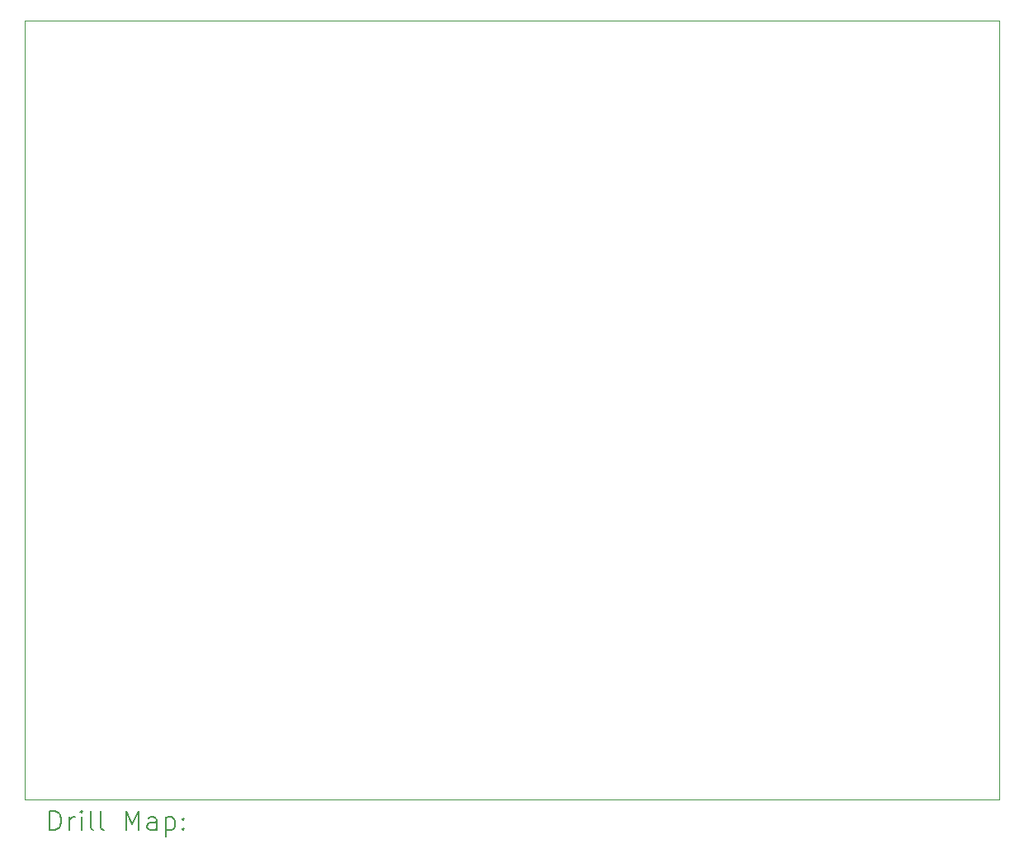
<source format=gbr>
%TF.GenerationSoftware,KiCad,Pcbnew,9.0.0*%
%TF.CreationDate,2025-04-11T23:35:57+03:30*%
%TF.ProjectId,sstc-v3,73737463-2d76-4332-9e6b-696361645f70,rev?*%
%TF.SameCoordinates,Original*%
%TF.FileFunction,Drillmap*%
%TF.FilePolarity,Positive*%
%FSLAX45Y45*%
G04 Gerber Fmt 4.5, Leading zero omitted, Abs format (unit mm)*
G04 Created by KiCad (PCBNEW 9.0.0) date 2025-04-11 23:35:57*
%MOMM*%
%LPD*%
G01*
G04 APERTURE LIST*
%ADD10C,0.050000*%
%ADD11C,0.200000*%
G04 APERTURE END LIST*
D10*
X1200000Y-1200000D02*
X11200000Y-1200000D01*
X11200000Y-9200000D01*
X1200000Y-9200000D01*
X1200000Y-1200000D01*
D11*
X1458277Y-9513984D02*
X1458277Y-9313984D01*
X1458277Y-9313984D02*
X1505896Y-9313984D01*
X1505896Y-9313984D02*
X1534467Y-9323508D01*
X1534467Y-9323508D02*
X1553515Y-9342555D01*
X1553515Y-9342555D02*
X1563039Y-9361603D01*
X1563039Y-9361603D02*
X1572562Y-9399698D01*
X1572562Y-9399698D02*
X1572562Y-9428270D01*
X1572562Y-9428270D02*
X1563039Y-9466365D01*
X1563039Y-9466365D02*
X1553515Y-9485412D01*
X1553515Y-9485412D02*
X1534467Y-9504460D01*
X1534467Y-9504460D02*
X1505896Y-9513984D01*
X1505896Y-9513984D02*
X1458277Y-9513984D01*
X1658277Y-9513984D02*
X1658277Y-9380650D01*
X1658277Y-9418746D02*
X1667801Y-9399698D01*
X1667801Y-9399698D02*
X1677324Y-9390174D01*
X1677324Y-9390174D02*
X1696372Y-9380650D01*
X1696372Y-9380650D02*
X1715420Y-9380650D01*
X1782086Y-9513984D02*
X1782086Y-9380650D01*
X1782086Y-9313984D02*
X1772562Y-9323508D01*
X1772562Y-9323508D02*
X1782086Y-9333031D01*
X1782086Y-9333031D02*
X1791610Y-9323508D01*
X1791610Y-9323508D02*
X1782086Y-9313984D01*
X1782086Y-9313984D02*
X1782086Y-9333031D01*
X1905896Y-9513984D02*
X1886848Y-9504460D01*
X1886848Y-9504460D02*
X1877324Y-9485412D01*
X1877324Y-9485412D02*
X1877324Y-9313984D01*
X2010658Y-9513984D02*
X1991610Y-9504460D01*
X1991610Y-9504460D02*
X1982086Y-9485412D01*
X1982086Y-9485412D02*
X1982086Y-9313984D01*
X2239229Y-9513984D02*
X2239229Y-9313984D01*
X2239229Y-9313984D02*
X2305896Y-9456841D01*
X2305896Y-9456841D02*
X2372563Y-9313984D01*
X2372563Y-9313984D02*
X2372563Y-9513984D01*
X2553515Y-9513984D02*
X2553515Y-9409222D01*
X2553515Y-9409222D02*
X2543991Y-9390174D01*
X2543991Y-9390174D02*
X2524944Y-9380650D01*
X2524944Y-9380650D02*
X2486848Y-9380650D01*
X2486848Y-9380650D02*
X2467801Y-9390174D01*
X2553515Y-9504460D02*
X2534467Y-9513984D01*
X2534467Y-9513984D02*
X2486848Y-9513984D01*
X2486848Y-9513984D02*
X2467801Y-9504460D01*
X2467801Y-9504460D02*
X2458277Y-9485412D01*
X2458277Y-9485412D02*
X2458277Y-9466365D01*
X2458277Y-9466365D02*
X2467801Y-9447317D01*
X2467801Y-9447317D02*
X2486848Y-9437793D01*
X2486848Y-9437793D02*
X2534467Y-9437793D01*
X2534467Y-9437793D02*
X2553515Y-9428270D01*
X2648753Y-9380650D02*
X2648753Y-9580650D01*
X2648753Y-9390174D02*
X2667801Y-9380650D01*
X2667801Y-9380650D02*
X2705896Y-9380650D01*
X2705896Y-9380650D02*
X2724944Y-9390174D01*
X2724944Y-9390174D02*
X2734467Y-9399698D01*
X2734467Y-9399698D02*
X2743991Y-9418746D01*
X2743991Y-9418746D02*
X2743991Y-9475889D01*
X2743991Y-9475889D02*
X2734467Y-9494936D01*
X2734467Y-9494936D02*
X2724944Y-9504460D01*
X2724944Y-9504460D02*
X2705896Y-9513984D01*
X2705896Y-9513984D02*
X2667801Y-9513984D01*
X2667801Y-9513984D02*
X2648753Y-9504460D01*
X2829705Y-9494936D02*
X2839229Y-9504460D01*
X2839229Y-9504460D02*
X2829705Y-9513984D01*
X2829705Y-9513984D02*
X2820182Y-9504460D01*
X2820182Y-9504460D02*
X2829705Y-9494936D01*
X2829705Y-9494936D02*
X2829705Y-9513984D01*
X2829705Y-9390174D02*
X2839229Y-9399698D01*
X2839229Y-9399698D02*
X2829705Y-9409222D01*
X2829705Y-9409222D02*
X2820182Y-9399698D01*
X2820182Y-9399698D02*
X2829705Y-9390174D01*
X2829705Y-9390174D02*
X2829705Y-9409222D01*
M02*

</source>
